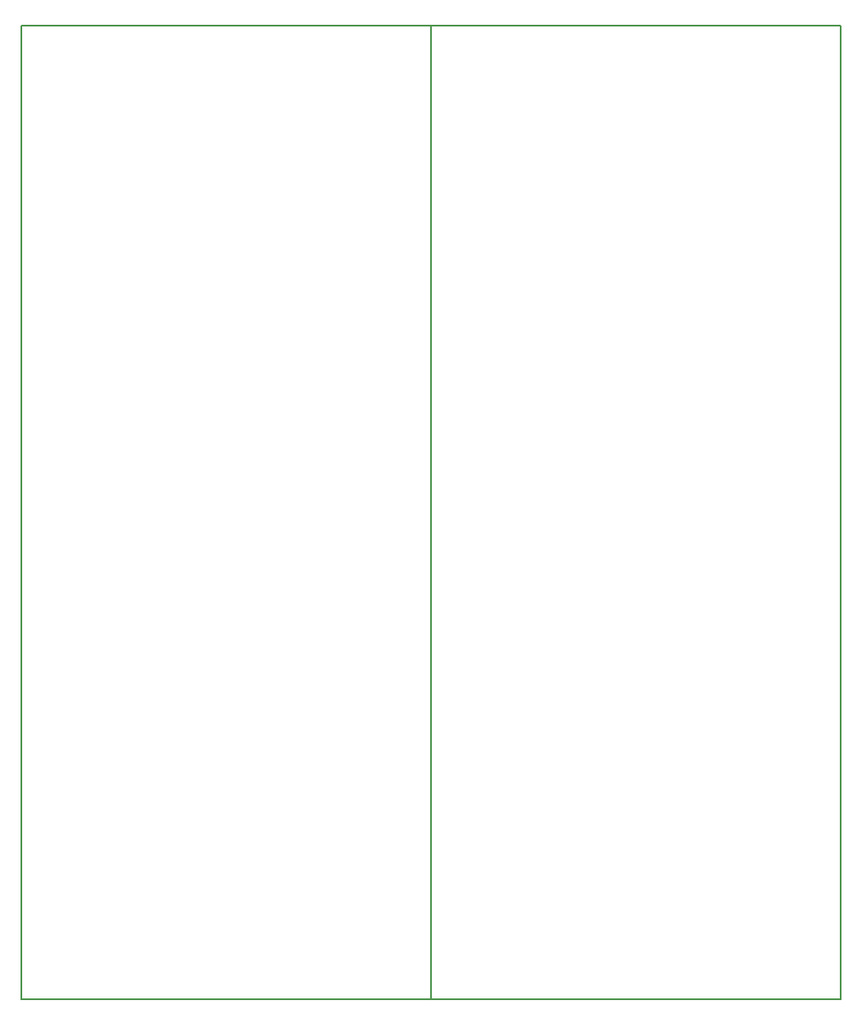
<source format=gbr>
G04 #@! TF.GenerationSoftware,KiCad,Pcbnew,5.0.2+dfsg1-1~bpo9+1*
G04 #@! TF.CreationDate,2019-05-25T00:57:50+02:00*
G04 #@! TF.ProjectId,midi2cv,6d696469-3263-4762-9e6b-696361645f70,rev?*
G04 #@! TF.SameCoordinates,Original*
G04 #@! TF.FileFunction,Profile,NP*
%FSLAX46Y46*%
G04 Gerber Fmt 4.6, Leading zero omitted, Abs format (unit mm)*
G04 Created by KiCad (PCBNEW 5.0.2+dfsg1-1~bpo9+1) date Sat 25 May 2019 12:57:50 AM CEST*
%MOMM*%
%LPD*%
G01*
G04 APERTURE LIST*
%ADD10C,0.150000*%
G04 APERTURE END LIST*
D10*
X71120000Y-30480000D02*
X71120000Y-127000000D01*
X111760000Y-30480000D02*
X91440000Y-30480000D01*
X111760000Y-127000000D02*
X91440000Y-127000000D01*
X91440000Y-30480000D02*
X30480000Y-30480000D01*
X111760000Y-127000000D02*
X111760000Y-30480000D01*
X30480000Y-127000000D02*
X91440000Y-127000000D01*
X30480000Y-30480000D02*
X30480000Y-127000000D01*
M02*

</source>
